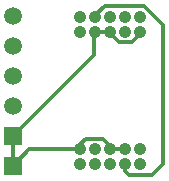
<source format=gbr>
G04 DipTrace 3.1.0.1*
G04 Top.gbr*
%MOIN*%
G04 #@! TF.FileFunction,Copper,L1,Top*
G04 #@! TF.Part,Single*
G04 #@! TA.AperFunction,Conductor*
%ADD13C,0.012992*%
G04 #@! TA.AperFunction,ComponentPad*
%ADD16C,0.041339*%
%ADD17C,0.059055*%
%ADD18R,0.059055X0.059055*%
%FSLAX26Y26*%
G04*
G70*
G90*
G75*
G01*
G04 Top*
%LPD*%
X443307Y448425D2*
D13*
Y548425D1*
X717717Y894488D2*
X767717D1*
X762205D1*
X796063Y860630D1*
X840945D1*
X871260Y890945D1*
X867717Y894488D1*
X767717Y502756D2*
X817717D1*
X767717D2*
Y513386D1*
X742520Y538583D1*
X686614D1*
X667717Y519685D1*
Y502756D1*
X497638D1*
X443307Y448425D1*
Y548425D2*
X713386Y818504D1*
Y890157D1*
X717717Y894488D1*
X817717Y452756D2*
Y429134D1*
X828740Y418110D1*
X907874D1*
X944488Y454724D1*
Y918504D1*
X881102Y981890D1*
X749606D1*
X720472Y952756D1*
Y944488D1*
X717717D1*
D16*
X767717Y502756D3*
X717717D3*
X667717D3*
X817717D3*
X867717D3*
X767717Y452756D3*
X717717D3*
X667717D3*
X817717D3*
X867717D3*
X767717Y894488D3*
X817717D3*
X867717D3*
X717717D3*
X667717D3*
X767717Y944488D3*
X817717D3*
X867717D3*
X717717D3*
X667717D3*
D17*
X443307Y948425D3*
Y848425D3*
Y748425D3*
Y648425D3*
D18*
Y548425D3*
Y448425D3*
M02*

</source>
